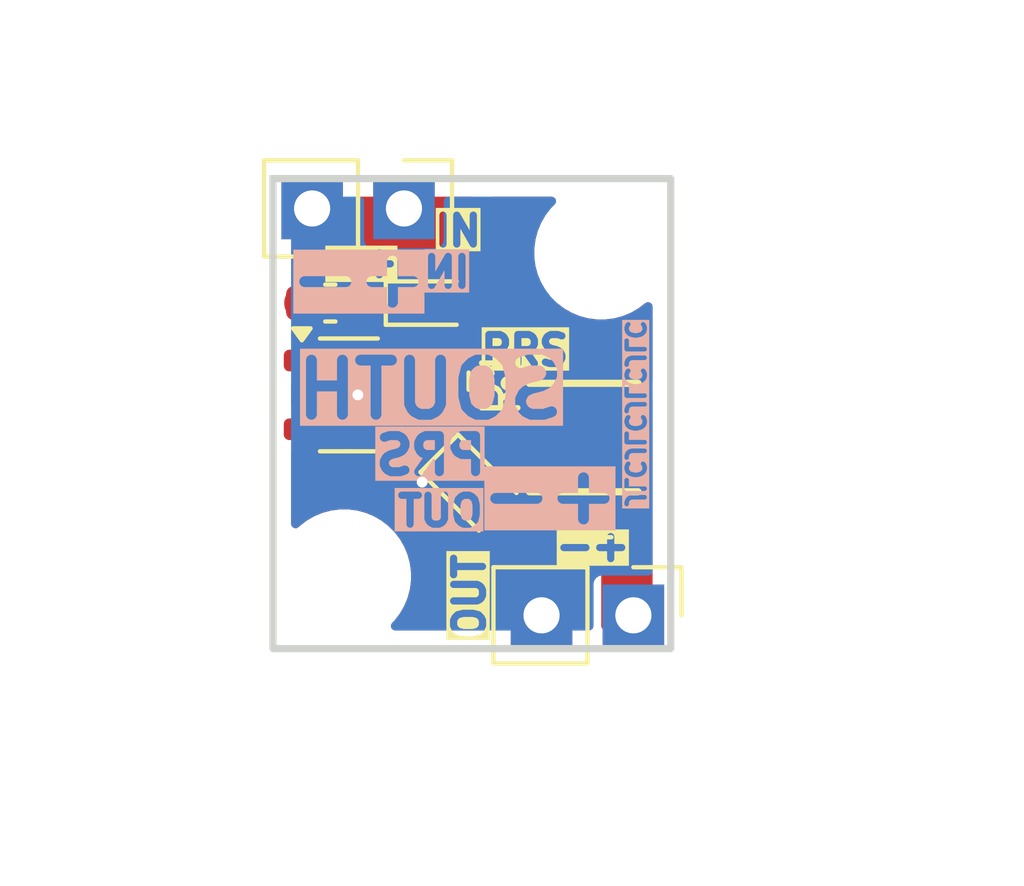
<source format=kicad_pcb>
(kicad_pcb (version 20240108) (generator "pcbnew") (generator_version "8.0")
  (layers (0 "F.Cu" signal) (31 "B.Cu" signal) (34 "B.Paste" user) (35 "F.Paste" user) (36 "B.SilkS" user "B.Silkscreen") (37 "F.SilkS" user "F.Silkscreen") (38 "B.Mask" user) (39 "F.Mask" user) (44 "Edge.Cuts" user))
  (net 0 "")
  (net 1 "/SWITCH")
  (net 2 "GND")
  (net 3 "+BATT")
  (net 4 "/SENSE OUT")
  (net 5 "Net-(D1-A)")
  (net 6 "Net-(D3-K)")
  (footprint "Resistor_SMD:R_0402_1005Metric" (layer "F.Cu") (at 109.22 121.539)
    (property "Reference" "R3" (hide yes))
    (property "Value" "10k")
    (fp_line (start -0.153641 -0.38) (end 0.153641 -0.38) (stroke (width 0.12)) (layer "F.SilkS"))
    (fp_line (start -0.153641 0.38) (end 0.153641 0.38) (stroke (width 0.12)) (layer "F.SilkS"))
    (pad "1" smd roundrect (at -0.51 0) (size 0.54 0.64) (layers "F.Cu" "F.Paste" "F.Mask") (net 5 "Net-(D1-A)"))
    (pad "2" smd roundrect (at 0.51 0) (size 0.54 0.64) (layers "F.Cu" "F.Paste" "F.Mask") (net 1 "/SWITCH"))
  )
  (footprint "Diode_SMD:D_SOD-523" (layer "F.Cu") (at 104.394 115.443)
    (property "Reference" "D3" (hide yes))
    (property "Value" "D_Schottky")
    (fp_line (start -1.26 -0.6) (end -1.26 0.6) (stroke (width 0.12)) (layer "F.SilkS"))
    (fp_line (start 0.7 -0.6) (end -1.26 -0.6) (stroke (width 0.12)) (layer "F.SilkS"))
    (fp_line (start 0.7 0.6) (end -1.26 0.6) (stroke (width 0.12)) (layer "F.SilkS"))
    (pad "1" smd roundrect (at -0.7 0 180) (size 0.6 0.7) (layers "F.Cu" "F.Paste" "F.Mask") (net 6 "Net-(D3-K)"))
    (pad "2" smd roundrect (at 0.7 0 180) (size 0.6 0.7) (layers "F.Cu" "F.Paste" "F.Mask") (net 3 "+BATT"))
  )
  (footprint ".pretty:DFN-8_L3.0-W3.0-P0.65-BL" (layer "F.Cu") (at 108.609 119.162 -90)
    (property "Reference" "Q2" (hide yes))
    (property "Value" "AON7423")
    (fp_line (start -1.5 -1.5) (end -1.5 1.5) (stroke (width 0.2)) (layer "F.SilkS"))
    (fp_line (start 1.5 -1.5) (end 1.5 1.5) (stroke (width 0.2)) (layer "F.SilkS"))
    (fp_circle (center -1.5 2.1) (end -1.4 2.1) (stroke (width 0.2)) (fill none) (layer "F.SilkS"))
    (pad "1" smd rect (at -0.98 1.5 90) (size 0.4 0.8) (layers "F.Cu" "F.Paste" "F.Mask") (net 3 "+BATT"))
    (pad "2" smd rect (at -0.32 1.5 90) (size 0.4 0.8) (layers "F.Cu" "F.Paste" "F.Mask") (net 3 "+BATT"))
    (pad "3" smd rect (at 0.33 1.5 90) (size 0.4 0.8) (layers "F.Cu" "F.Paste" "F.Mask") (net 3 "+BATT"))
    (pad "4" smd rect (at 0.98 1.5 90) (size 0.4 0.8) (layers "F.Cu" "F.Paste" "F.Mask") (net 4 "/SENSE OUT"))
    (pad "5" smd rect (at 0.98 -1.5 90) (size 0.4 0.8) (layers "F.Cu" "F.Paste" "F.Mask") (net 1 "/SWITCH"))
    (pad "6" smd rect (at 0.33 -1.5 90) (size 0.4 0.8) (layers "F.Cu" "F.Paste" "F.Mask") (net 1 "/SWITCH"))
    (pad "7" smd rect (at -0.33 -1.5 90) (size 0.4 0.8) (layers "F.Cu" "F.Paste" "F.Mask") (net 1 "/SWITCH"))
    (pad "8" smd rect (at -0.98 -1.5 90) (size 0.4 0.8) (layers "F.Cu" "F.Paste" "F.Mask") (net 1 "/SWITCH"))
    (pad "9" smd rect (at 0 -0.35 270) (size 2.4 2.1) (layers "F.Cu" "F.Paste" "F.Mask") (net 1 "/SWITCH"))
  )
  (footprint "MountingHole:MountingHole_3.2mm_M3" (layer "F.Cu") (at 101.981 123)
    (property "Reference" "H1" (hide yes))
    (property "Value" "MountingHole")
    (pad "" np_thru_hole circle (at 0 0) (size 3.2 3.2) (drill 3.2) (layers "*.Cu" "*.Mask"))
  )
  (footprint "Resistor_SMD:R_0603_1608Metric" (layer "F.Cu") (at 104.902 117.602 -90)
    (property "Reference" "R1" (at 0 -1.43 -90) (layer "F.SilkS"))
    (property "Value" "10k")
    (fp_line (start -0.237258 0.5225) (end 0.237258 0.5225) (stroke (width 0.12)) (layer "F.SilkS"))
    (fp_line (start -0.237258 -0.5225) (end 0.237258 -0.5225) (stroke (width 0.12)) (layer "F.SilkS"))
    (pad "1" smd roundrect (at -0.825 0 270) (size 0.8 0.95) (layers "F.Cu" "F.Paste" "F.Mask") (net 6 "Net-(D3-K)"))
    (pad "2" smd roundrect (at 0.825 0 270) (size 0.8 0.95) (layers "F.Cu" "F.Paste" "F.Mask") (net 4 "/SENSE OUT"))
  )
  (footprint "Connector_PinHeader_2.54mm:PinHeader_1x02_P2.54mm_Vertical" (layer "F.Cu") (at 109.982 124.079 -90)
    (property "Reference" "J1" (hide yes))
    (property "Value" "Conn_01x02")
    (fp_line (start -1.33 3.87) (end 1.33 3.87) (stroke (width 0.12)) (layer "F.SilkS"))
    (fp_line (start -1.33 1.27) (end -1.33 3.87) (stroke (width 0.12)) (layer "F.SilkS"))
    (fp_line (start -1.33 1.27) (end 1.33 1.27) (stroke (width 0.12)) (layer "F.SilkS"))
    (fp_line (start 1.33 1.27) (end 1.33 3.87) (stroke (width 0.12)) (layer "F.SilkS"))
    (fp_line (start -1.33 0) (end -1.33 -1.33) (stroke (width 0.12)) (layer "F.SilkS"))
    (fp_line (start -1.33 -1.33) (end 0 -1.33) (stroke (width 0.12)) (layer "F.SilkS"))
    (pad "1" thru_hole rect (at 0 0 270) (size 1.7 1.7) (drill 1) (layers "*.Cu" "*.Mask") (net 1 "/SWITCH"))
    (pad "2" thru_hole rect (at 0 2.54 270) (size 1.7 1.7) (drill 1) (layers "*.Cu" "*.Mask") (net 2 "GND"))
  )
  (footprint "MountingHole:MountingHole_3.2mm_M3" (layer "F.Cu") (at 109.093 114.046)
    (property "Reference" "H2" (hide yes))
    (property "Value" "MountingHole")
    (pad "" np_thru_hole circle (at 0 0) (size 3.2 3.2) (drill 3.2) (layers "*.Cu" "*.Mask"))
  )
  (footprint "LED_SMD:LED_0603_1608Metric" (layer "F.Cu") (at 105.664 120.65 -45)
    (property "Reference" "D1" (hide yes))
    (property "Value" "LED")
    (fp_line (start -1.485 0.735) (end 0.8 0.735) (stroke (width 0.12)) (layer "F.SilkS"))
    (fp_line (start -1.485 -0.735) (end -1.485 0.735) (stroke (width 0.12)) (layer "F.SilkS"))
    (fp_line (start 0.8 -0.735) (end -1.485 -0.735) (stroke (width 0.12)) (layer "F.SilkS"))
    (pad "1" smd roundrect (at -0.787501 0 315) (size 0.875 0.95) (layers "F.Cu" "F.Paste" "F.Mask") (net 2 "GND"))
    (pad "2" smd roundrect (at 0.787501 0 315) (size 0.875 0.95) (layers "F.Cu" "F.Paste" "F.Mask") (net 5 "Net-(D1-A)"))
  )
  (footprint "Capacitor_SMD:C_0603_1608Metric" (layer "F.Cu") (at 101.6 115.443 180)
    (property "Reference" "C1" (hide yes))
    (property "Value" "10u")
    (fp_line (start -0.14058 0.51) (end 0.14058 0.51) (stroke (width 0.12)) (layer "F.SilkS"))
    (fp_line (start -0.14058 -0.51) (end 0.14058 -0.51) (stroke (width 0.12)) (layer "F.SilkS"))
    (pad "1" smd roundrect (at -0.775 0 180) (size 0.9 0.95) (layers "F.Cu" "F.Paste" "F.Mask") (net 3 "+BATT"))
    (pad "2" smd roundrect (at 0.775 0 180) (size 0.9 0.95) (layers "F.Cu" "F.Paste" "F.Mask") (net 2 "GND"))
  )
  (footprint "Package_TO_SOT_SMD:SOT-23-3" (layer "F.Cu") (at 102.1135 117.983)
    (property "Reference" "U1" (hide yes))
    (property "Value" "SK1816G-AE3-R")
    (fp_line (start 0 -1.56) (end -0.8 -1.56) (stroke (width 0.12)) (layer "F.SilkS"))
    (fp_line (start 0 -1.56) (end 0.8 -1.56) (stroke (width 0.12)) (layer "F.SilkS"))
    (fp_line (start 0 1.56) (end -0.8 1.56) (stroke (width 0.12)) (layer "F.SilkS"))
    (fp_line (start 0 1.56) (end 0.8 1.56) (stroke (width 0.12)) (layer "F.SilkS"))
    (fp_poly (pts (xy -1.3 -1.51) (xy -1.54 -1.84) (xy -1.06 -1.84) (xy -1.3 -1.51)) (stroke (width 0.12)) (fill solid) (layer "F.SilkS"))
    (pad "1" smd roundrect (at -1.1375 -0.95) (size 1.325 0.6) (layers "F.Cu" "F.Paste" "F.Mask") (net 6 "Net-(D3-K)"))
    (pad "2" smd roundrect (at -1.1375 0.95) (size 1.325 0.6) (layers "F.Cu" "F.Paste" "F.Mask") (net 4 "/SENSE OUT"))
    (pad "3" smd roundrect (at 1.1375 0) (size 1.325 0.6) (layers "F.Cu" "F.Paste" "F.Mask") (net 2 "GND"))
  )
  (footprint "Connector_PinHeader_2.54mm:PinHeader_1x02_P2.54mm_Vertical" (layer "F.Cu") (at 103.637 112.8268 -90)
    (property "Reference" "J3" (hide yes))
    (property "Value" "Conn_01x02")
    (fp_line (start -1.33 3.87) (end 1.33 3.87) (stroke (width 0.12)) (layer "F.SilkS"))
    (fp_line (start -1.33 1.27) (end -1.33 3.87) (stroke (width 0.12)) (layer "F.SilkS"))
    (fp_line (start -1.33 1.27) (end 1.33 1.27) (stroke (width 0.12)) (layer "F.SilkS"))
    (fp_line (start 1.33 1.27) (end 1.33 3.87) (stroke (width 0.12)) (layer "F.SilkS"))
    (fp_line (start -1.33 0) (end -1.33 -1.33) (stroke (width 0.12)) (layer "F.SilkS"))
    (fp_line (start -1.33 -1.33) (end 0 -1.33) (stroke (width 0.12)) (layer "F.SilkS"))
    (pad "1" thru_hole rect (at 0 0 270) (size 1.7 1.7) (drill 1) (layers "*.Cu" "*.Mask") (net 3 "+BATT"))
    (pad "2" thru_hole rect (at 0 2.54 270) (size 1.7 1.7) (drill 1) (layers "*.Cu" "*.Mask") (net 2 "GND"))
  )
  (gr_rect (start 100.014 112) (end 111.014 125) (stroke (width 0.2)) (fill none) (layer "Edge.Cuts"))
  (gr_text "PRS" (at 106.0196 120.2436 0) (layer "B.SilkS" knockout) (effects (font (size 1 1) (thickness 0.25) (bold yes)) (justify left bottom mirror)))
  (gr_text "SOUTH" (at 108.204 118.7196 0) (layer "B.SilkS" knockout) (effects (font (size 1.5 1.5) (thickness 0.3) (bold yes)) (justify left bottom mirror)))
  (gr_text "IN" (at 105.5624 115.062 -0) (layer "B.SilkS" knockout) (effects (font (size 0.8 0.8) (thickness 0.2) (bold yes)) (justify left bottom mirror)))
  (gr_text "JLCJLCJLCJLC" (at 109.728 121.158 -90) (layer "B.SilkS" knockout) (effects (font (size 0.5 0.5) (thickness 0.125) (bold yes)) (justify left bottom mirror)))
  (gr_text "+-" (at 109.728 121.6152 0) (layer "B.SilkS" knockout) (effects (font (size 1.5 1.5) (thickness 0.3) (bold yes)) (justify left bottom mirror)))
  (gr_text "+-" (at 104.4448 115.6208 0) (layer "B.SilkS" knockout) (effects (font (size 1.5 1.5) (thickness 0.3) (bold yes)) (justify left bottom mirror)))
  (gr_text "OUT" (at 105.918 121.666 -0) (layer "B.SilkS" knockout) (effects (font (size 0.8 0.8) (thickness 0.2) (bold yes)) (justify left bottom mirror)))
  (gr_text "PRS" (at 105.664 117.221 -0) (layer "F.SilkS" knockout) (effects (font (size 0.8 0.8) (thickness 0.2) (bold yes)) (justify left bottom)))
  (gr_text "+- " (at 103.5812 113.9444 180) (layer "F.SilkS" knockout) (effects (font (size 0.8 0.8) (thickness 0.2) (bold yes)) (justify left bottom)))
  (gr_text "OUT" (at 105.918 124.841 90) (layer "F.SilkS" knockout) (effects (font (size 0.8 0.8) (thickness 0.2) (bold yes)) (justify left bottom)))
  (gr_text "IN" (at 104.394 113.919 0) (layer "F.SilkS" knockout) (effects (font (size 0.8 0.8) (thickness 0.2) (bold yes)) (justify left bottom)))
  (gr_text "+- " (at 109.982 121.793 180) (layer "F.SilkS" knockout) (effects (font (size 0.8 0.8) (thickness 0.2) (bold yes)) (justify left bottom)))
  (segment (start 104.14 120.396) (end 104.569847 119.966153) (width 0.3) (layer "F.Cu") (net 2))
  (segment (start 104.569847 119.966153) (end 104.980153 119.966153) (width 0.3) (layer "F.Cu") (net 2))
  (segment (start 102.362 117.983) (end 102.539114 117.805886) (width 0.5) (layer "F.Cu") (net 2))
  (segment (start 100.825 115.443) (end 101.044011 115.223989) (width 1) (layer "F.Cu") (net 2))
  (segment (start 101.044011 115.223989) (end 101.044011 112.952786) (width 1) (layer "F.Cu") (net 2))
  (segment (start 102.539114 117.805886) (end 103.675111 117.805886) (width 0.5) (layer "F.Cu") (net 2))
  (via (at 104.14 120.396) (size 0.6) (drill 0.3) (layers "F.Cu" "B.Cu") (net 2))
  (via (at 102.362 117.983) (size 0.6) (drill 0.3) (layers "F.Cu" "B.Cu") (net 2))
  (segment (start 105.25 118.933) (end 106.459 120.142) (width 0.3) (layer "F.Cu") (net 4))
  (segment (start 104.648 118.933) (end 105.25 118.933) (width 0.3) (layer "F.Cu") (net 4))
  (segment (start 106.459 120.142) (end 107.109 120.142) (width 0.3) (layer "F.Cu") (net 4))
  (segment (start 100.976 118.933) (end 104.648 118.933) (width 0.3) (layer "F.Cu") (net 4))
  (segment (start 106.553 121.539) (end 106.093847 121.079847) (width 0.3) (layer "F.Cu") (net 5))
  (segment (start 108.71 121.539) (end 106.553 121.539) (width 0.3) (layer "F.Cu") (net 5))
  (segment (start 100.976 117.033) (end 104.589 117.033) (width 0.5) (layer "F.Cu") (net 6))
  (segment (start 103.694 115.57) (end 103.759 115.635) (width 0.5) (layer "F.Cu") (net 6))
  (segment (start 103.759 115.635) (end 103.759 117.033) (width 0.5) (layer "F.Cu") (net 6))
  (zone (net 3) (net_name "+BATT") (layer "F.Cu") (priority 4) (connect_pads yes (clearance 0.25)) (min_thickness 0.25) (fill yes (thermal_gap 0.5) (thermal_bridge_width 0.5))
    (polygon (pts (xy 101.981 112.014) (xy 101.981 115.951) (xy 105.918 115.951) (xy 105.918 119.888) (xy 107.442 119.888) (xy 107.442 115.443) (xy 105.283 112.014)))
  )
  (zone (net 1) (net_name "/SWITCH") (layer "F.Cu") (priority 4) (connect_pads yes (clearance 0.25)) (min_thickness 0.25) (fill yes (thermal_gap 0.5) (thermal_bridge_width 0.5))
    (polygon (pts (xy 107.95 117.983) (xy 110.871 117.983) (xy 110.871 124.968) (xy 109.093 124.968) (xy 109.093 122.428) (xy 109.474 122.428) (xy 109.474 120.65) (xy 107.95 120.65)))
  )
  (zone (net 0) (net_name "") (layer "F.Cu") (priority 3) (connect_pads yes (clearance 0.25)) (min_thickness 0.25) (fill yes (thermal_gap 0.5) (thermal_bridge_width 0.5) (island_removal_mode 1) (island_area_min 10))
    (polygon (pts (xy 119.261355 130.818779) (xy 120.785355 107.323779) (xy 92.464355 107.323779) (xy 94.496355 131.580779)))
  )
  (zone (net 2) (net_name "GND") (layer "B.Cu") (priority 3) (connect_pads yes (clearance 0.25)) (min_thickness 0.25) (fill yes (thermal_gap 0.5) (thermal_bridge_width 0.5) (island_removal_mode 1) (island_area_min 10))
    (polygon (pts (xy 94.234 131.064) (xy 92.583 107.061) (xy 120.269 107.188) (xy 118.872 130.302)))
  )
)
</source>
